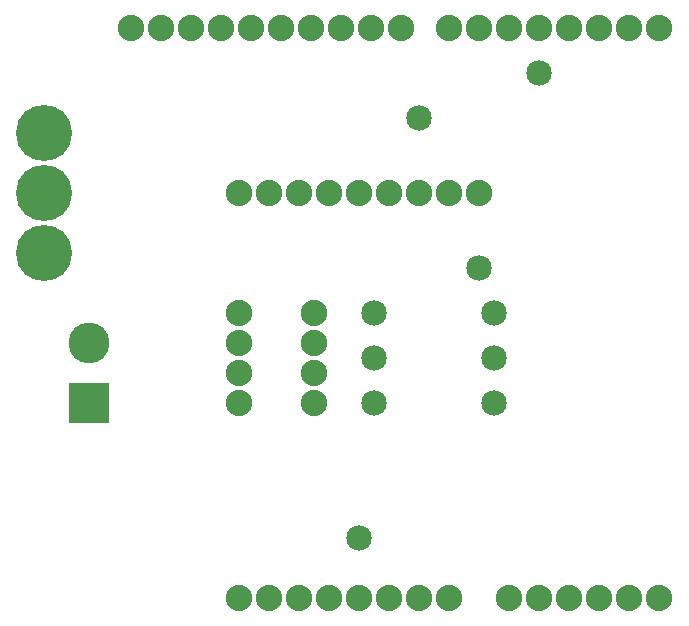
<source format=gts>
G04 MADE WITH FRITZING*
G04 WWW.FRITZING.ORG*
G04 DOUBLE SIDED*
G04 HOLES PLATED*
G04 CONTOUR ON CENTER OF CONTOUR VECTOR*
%ASAXBY*%
%FSLAX23Y23*%
%MOIN*%
%OFA0B0*%
%SFA1.0B1.0*%
%ADD10C,0.085000*%
%ADD11C,0.088000*%
%ADD12C,0.135984*%
%ADD13C,0.187165*%
%ADD14R,0.135984X0.135984*%
%LNMASK1*%
G90*
G70*
G54D10*
X1644Y738D03*
X1244Y738D03*
X1644Y888D03*
X1244Y888D03*
X1644Y1038D03*
X1244Y1038D03*
G54D11*
X1044Y738D03*
X1044Y838D03*
X1044Y938D03*
X1044Y1038D03*
X794Y738D03*
X794Y838D03*
X794Y938D03*
X794Y1038D03*
X1333Y1988D03*
X1233Y1988D03*
X1133Y1988D03*
X1033Y1988D03*
X933Y1988D03*
X833Y1988D03*
X733Y1988D03*
X633Y1988D03*
X533Y1988D03*
X433Y1988D03*
X1494Y88D03*
X1394Y88D03*
X1294Y88D03*
X1194Y88D03*
X1094Y88D03*
X994Y88D03*
X894Y88D03*
X794Y88D03*
X2194Y88D03*
X2094Y88D03*
X1994Y88D03*
X1894Y88D03*
X1794Y88D03*
X1694Y88D03*
X2194Y1988D03*
X2094Y1988D03*
X1994Y1988D03*
X1894Y1988D03*
X1794Y1988D03*
X1694Y1988D03*
X1594Y1988D03*
X1494Y1988D03*
X1594Y1438D03*
X1494Y1438D03*
X1394Y1438D03*
X1294Y1438D03*
X1194Y1438D03*
X1094Y1438D03*
X994Y1438D03*
X894Y1438D03*
X794Y1438D03*
G54D10*
X1394Y1688D03*
X1794Y1838D03*
X1194Y288D03*
X1594Y1188D03*
G54D12*
X294Y738D03*
X294Y938D03*
G54D13*
X144Y1638D03*
X144Y1438D03*
X144Y1238D03*
G54D14*
X294Y738D03*
G04 End of Mask1*
M02*
</source>
